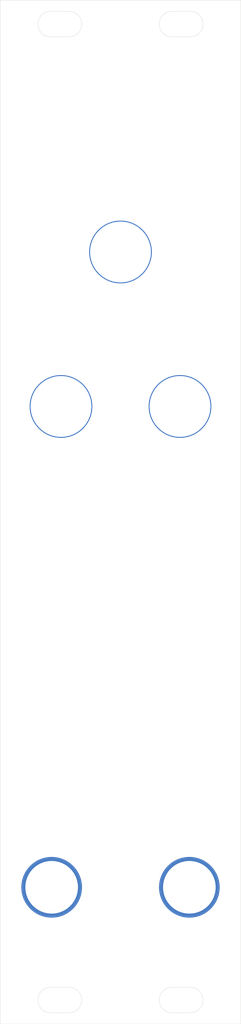
<source format=kicad_pcb>
(kicad_pcb (version 20221018) (generator pcbnew)
  (layers (0 "F.Cu" signal) (31 "B.Cu" signal) (34 "B.Paste" user) (35 "F.Paste" user) (36 "B.SilkS" user "B.Silkscreen") (37 "F.SilkS" user "F.Silkscreen") (38 "B.Mask" user) (39 "F.Mask" user) (44 "Edge.Cuts" user))
  (net 0 "")
  (footprint "" (layer "F.Cu") (at 155.25 71.860683)
    (fp_text reference "" (at 0 0) (layer "F.SilkS") (effects (font (size 1.27 1.27))))
    (fp_text value "" (at 0 0) (layer "F.SilkS") (effects (font (size 1.27 1.27))))
    (pad "1" thru_hole circle (at 0 0) (size 7.874 7.874) (drill 7.62) (layers "*.Cu" "*.Mask"))
  )
  (footprint "PCM_4ms_Faceplate:Faceplate_Hole_Encoder_KnurledShaft_Alpha" (layer "F.Cu") (at 147.775 91.248183)
    (fp_text reference "REF**" hide)
    (fp_text value "Faceplate_Hole_Encoder_KnurledShaft_Alpha" hide)
    (pad "1" thru_hole circle (at 0 0) (size 7.874 7.874) (drill 7.62) (layers "*.Cu" "*.Mask"))
  )
  (footprint "PCM_4ms_Faceplate:Faceplate_Hole_Jack_3.5mm" (layer "F.Cu") (at 146.6 151.6)
    (fp_text reference "REF**" hide)
    (fp_text value "GND" hide)
    (pad "1" thru_hole circle (at 0 0) (size 7.62 7.62) (drill 6.604) (layers "*.Cu" "*.Mask"))
  )
  (footprint "" (layer "F.Cu") (at 162.725 91.248183)
    (fp_text reference "" (at 0 0) (layer "F.SilkS") (effects (font (size 1.27 1.27))))
    (fp_text value "" (at 0 0) (layer "F.SilkS") (effects (font (size 1.27 1.27))))
    (pad "1" thru_hole circle (at 0 0) (size 7.874 7.874) (drill 7.62) (layers "*.Cu" "*.Mask"))
  )
  (footprint "PCM_4ms_Faceplate:Faceplate_Hole_Jack_3.5mm" (layer "F.Cu") (at 163.9 151.6)
    (fp_text reference "REF**" hide)
    (fp_text value "GND" hide)
    (pad "1" thru_hole circle (at 0 0) (size 7.62 7.62) (drill 6.604) (layers "*.Cu" "*.Mask"))
  )
  (gr_line (start 160.2454 165.125898) (end 160.277301 165.054998) (stroke (width 0.037799)) (layer "Edge.Cuts"))
  (gr_line (start 150.378 165.667303) (end 150.3801 165.7498) (stroke (width 0.037799)) (layer "Edge.Cuts"))
  (gr_line (start 149.4041 167.224401) (end 149.3314 167.252996) (stroke (width 0.037799)) (layer "Edge.Cuts"))
  (gr_line (start 160.277301 166.4447) (end 160.2454 166.3738) (stroke (width 0.037799)) (layer "Edge.Cuts"))
  (gr_line (start 145.7162 164.342497) (end 145.7852 164.307203) (stroke (width 0.037799)) (layer "Edge.Cuts"))
  (gr_line (start 145.9288 167.252996) (end 145.8561 167.224401) (stroke (width 0.037799)) (layer "Edge.Cuts"))
  (gr_line (start 161.719901 41.6499) (end 164.019999 41.6499) (stroke (width 0.037799)) (layer "Edge.Cuts"))
  (gr_line (start 144.9303 165.349096) (end 144.9518 165.273001) (stroke (width 0.037799)) (layer "Edge.Cuts"))
  (gr_line (start 150.3801 165.7498) (end 150.378 165.832403) (stroke (width 0.037799)) (layer "Edge.Cuts"))
  (gr_line (start 165.427399 42.486) (end 165.462701 42.555) (stroke (width 0.037799)) (layer "Edge.Cuts"))
  (gr_line (start 144.9518 43.7266) (end 144.9303 43.6506) (stroke (width 0.037799)) (layer "Edge.Cuts"))
  (gr_line (start 160.587599 44.3822) (end 160.534699 44.3267) (stroke (width 0.037799)) (layer "Edge.Cuts"))
  (gr_line (start 165.587599 43.5731) (end 165.5698 43.6506) (stroke (width 0.037799)) (layer "Edge.Cuts"))
  (gr_line (start 160.7011 164.514402) (end 160.7615 164.467001) (stroke (width 0.037799)) (layer "Edge.Cuts"))
  (gr_line (start 161.2431 41.7216) (end 161.319199 41.7001) (stroke (width 0.037799)) (layer "Edge.Cuts"))
  (gr_line (start 164.7839 164.342497) (end 164.850899 164.380903) (stroke (width 0.037799)) (layer "Edge.Cuts"))
  (gr_line (start 145.7162 167.157202) (end 145.6492 167.118803) (stroke (width 0.037799)) (layer "Edge.Cuts"))
  (gr_line (start 145.0727 166.5137) (end 145.0374 166.4447) (stroke (width 0.037799)) (layer "Edge.Cuts"))
  (gr_line (start 165.2053 42.173) (end 165.2555 42.231) (stroke (width 0.037799)) (layer "Edge.Cuts"))
  (gr_line (start 161.1687 41.7467) (end 161.2431 41.7216) (stroke (width 0.037799)) (layer "Edge.Cuts"))
  (gr_line (start 148.7802 41.6499) (end 148.8627 41.652) (stroke (width 0.037799)) (layer "Edge.Cuts"))
  (gr_line (start 160.12 43.2498) (end 160.1221 43.1672) (stroke (width 0.037799)) (layer "Edge.Cuts"))
  (gr_line (start 161.319199 41.7001) (end 161.396701 41.6823) (stroke (width 0.037799)) (layer "Edge.Cuts"))
  (gr_line (start 161.095999 44.7244) (end 161.025099 44.6924) (stroke (width 0.037799)) (layer "Edge.Cuts"))
  (gr_line (start 149.544 164.342497) (end 149.611 164.380903) (stroke (width 0.037799)) (layer "Edge.Cuts"))
  (gr_line (start 160.534699 164.673002) (end 160.587599 164.617498) (stroke (width 0.037799)) (layer "Edge.Cuts"))
  (gr_line (start 160.3126 44.0137) (end 160.277301 43.9447) (stroke (width 0.037799)) (layer "Edge.Cuts"))
  (gr_line (start 165.62 165.7498) (end 165.6179 165.832403) (stroke (width 0.037799)) (layer "Edge.Cuts"))
  (gr_line (start 144.8985 43.0055) (end 144.9125 42.9266) (stroke (width 0.037799)) (layer "Edge.Cuts"))
  (gr_line (start 150.1491 164.918997) (end 150.1875 164.985998) (stroke (width 0.037799)) (layer "Edge.Cuts"))
  (gr_line (start 160.4845 44.2687) (end 160.4371 44.2083) (stroke (width 0.037799)) (layer "Edge.Cuts"))
  (gr_line (start 160.1384 43.0055) (end 160.1524 42.9266) (stroke (width 0.037799)) (layer "Edge.Cuts"))
  (gr_line (start 145.4612 44.4853) (end 145.4032 44.4351) (stroke (width 0.037799)) (layer "Edge.Cuts"))
  (gr_line (start 144.8822 43.1672) (end 144.8884 43.0858) (stroke (width 0.037799)) (layer "Edge.Cuts"))
  (gr_line (start 149.544 44.6572) (end 149.475 44.6924) (stroke (width 0.037799)) (layer "Edge.Cuts"))
  (gr_line (start 164.2643 44.8313) (end 164.1841 44.8415) (stroke (width 0.037799)) (layer "Edge.Cuts"))
  (gr_line (start 165.611701 165.585798) (end 165.6179 165.667303) (stroke (width 0.037799)) (layer "Edge.Cuts"))
  (gr_line (start 146.316 41.6581) (end 146.3975 41.652) (stroke (width 0.037799)) (layer "Edge.Cuts"))
  (gr_line (start 150.3084 43.7266) (end 150.2833 43.801) (stroke (width 0.037799)) (layer "Edge.Cuts"))
  (gr_line (start 144.8985 165.505499) (end 144.9125 165.426603) (stroke (width 0.037799)) (layer "Edge.Cuts"))
  (gr_line (start 161.095999 167.224401) (end 161.025099 167.192404) (stroke (width 0.037799)) (layer "Edge.Cuts"))
  (gr_line (start 165.5232 165.198599) (end 165.5483 165.273001) (stroke (width 0.037799)) (layer "Edge.Cuts"))
  (gr_line (start 150.063 164.791403) (end 150.1076 164.854101) (stroke (width 0.037799)) (layer "Edge.Cuts"))
  (gr_line (start 160.1221 43.1672) (end 160.1283 43.0858) (stroke (width 0.037799)) (layer "Edge.Cuts"))
  (gr_line (start 165.5232 43.801) (end 165.494599 43.8737) (stroke (width 0.037799)) (layer "Edge.Cuts"))
  (gr_line (start 164.644 41.7752) (end 164.7149 41.8072) (stroke (width 0.037799)) (layer "Edge.Cuts"))
  (gr_line (start 149.7386 44.5327) (end 149.6759 44.5772) (stroke (width 0.037799)) (layer "Edge.Cuts"))
  (gr_line (start 145.5843 41.9224) (end 145.6492 41.8809) (stroke (width 0.037799)) (layer "Edge.Cuts"))
  (gr_line (start 144.8884 165.9139) (end 144.8822 165.832403) (stroke (width 0.037799)) (layer "Edge.Cuts"))
  (gr_line (start 161.025099 41.8072) (end 161.095999 41.7752) (stroke (width 0.037799)) (layer "Edge.Cuts"))
  (gr_line (start 160.587599 42.1175) (end 160.6431 42.0646) (stroke (width 0.037799)) (layer "Edge.Cuts"))
  (gr_line (start 145.3477 42.1175) (end 145.4032 42.0646) (stroke (width 0.037799)) (layer "Edge.Cuts"))
  (gr_line (start 165.462701 42.555) (end 165.494599 42.6259) (stroke (width 0.037799)) (layer "Edge.Cuts"))
  (gr_line (start 160.351001 166.580702) (end 160.3126 166.5137) (stroke (width 0.037799)) (layer "Edge.Cuts"))
  (gr_line (start 164.571299 167.252996) (end 164.4968 167.277998) (stroke (width 0.037799)) (layer "Edge.Cuts"))
  (gr_line (start 150.3718 43.4139) (end 150.3617 43.4941) (stroke (width 0.037799)) (layer "Edge.Cuts"))
  (gr_line (start 145.7852 41.8072) (end 145.8561 41.7752) (stroke (width 0.037799)) (layer "Edge.Cuts"))
  (gr_line (start 160.6431 42.0646) (end 160.7011 42.0143) (stroke (width 0.037799)) (layer "Edge.Cuts"))
  (gr_line (start 145.9288 164.246702) (end 146.0032 164.221601) (stroke (width 0.037799)) (layer "Edge.Cuts"))
  (gr_line (start 149.9654 42.173) (end 150.0156 42.231) (stroke (width 0.037799)) (layer "Edge.Cuts"))
  (gr_line (start 161.025099 44.6924) (end 160.956099 44.6572) (stroke (width 0.037799)) (layer "Edge.Cuts"))
  (gr_line (start 165.462701 165.054998) (end 165.494599 165.125898) (stroke (width 0.037799)) (layer "Edge.Cuts"))
  (gr_line (start 150.3084 165.273001) (end 150.3299 165.349096) (stroke (width 0.037799)) (layer "Edge.Cuts"))
  (gr_line (start 160.4845 166.768698) (end 160.4371 166.708303) (stroke (width 0.037799)) (layer "Edge.Cuts"))
  (gr_line (start 164.1841 167.341497) (end 164.102601 167.3477) (stroke (width 0.037799)) (layer "Edge.Cuts"))
  (gr_line (start 160.4845 42.231) (end 160.534699 42.173) (stroke (width 0.037799)) (layer "Edge.Cuts"))
  (gr_line (start 150.063 166.708303) (end 150.0156 166.768698) (stroke (width 0.037799)) (layer "Edge.Cuts"))
  (gr_line (start 150.1076 164.854101) (end 150.1491 164.918997) (stroke (width 0.037799)) (layer "Edge.Cuts"))
  (gr_line (start 146.316 164.158201) (end 146.3975 164.151998) (stroke (width 0.037799)) (layer "Edge.Cuts"))
  (gr_line (start 165.347399 42.3541) (end 165.389001 42.419) (stroke (width 0.037799)) (layer "Edge.Cuts"))
  (gr_line (start 149.7386 41.9669) (end 149.799 42.0143) (stroke (width 0.037799)) (layer "Edge.Cuts"))
  (gr_line (start 160.7615 167.032698) (end 160.7011 166.985304) (stroke (width 0.037799)) (layer "Edge.Cuts"))
  (gr_line (start 150.2547 43.8737) (end 150.2228 43.9447) (stroke (width 0.037799)) (layer "Edge.Cuts"))
  (gr_line (start 145.4032 164.564604) (end 145.4612 164.514402) (stroke (width 0.037799)) (layer "Edge.Cuts"))
  (gr_line (start 149.857 166.935102) (end 149.799 166.985304) (stroke (width 0.037799)) (layer "Edge.Cuts"))
  (gr_line (start 164.343301 164.182302) (end 164.4208 164.200102) (stroke (width 0.037799)) (layer "Edge.Cuts"))
  (gr_line (start 150.0156 166.768698) (end 149.9654 166.826696) (stroke (width 0.037799)) (layer "Edge.Cuts"))
  (gr_line (start 160.7011 44.4853) (end 160.6431 44.4351) (stroke (width 0.037799)) (layer "Edge.Cuts"))
  (gr_line (start 149.9654 44.3267) (end 149.9125 44.3822) (stroke (width 0.037799)) (layer "Edge.Cuts"))
  (gr_line (start 164.644 167.224401) (end 164.571299 167.252996) (stroke (width 0.037799)) (layer "Edge.Cuts"))
  (gr_line (start 149.1809 164.200102) (end 149.257 164.221601) (stroke (width 0.037799)) (layer "Edge.Cuts"))
  (gr_line (start 165.389001 44.0807) (end 165.347399 44.1456) (stroke (width 0.037799)) (layer "Edge.Cuts"))
  (gr_line (start 164.102601 44.8476) (end 164.019999 44.8497) (stroke (width 0.037799)) (layer "Edge.Cuts"))
  (gr_line (start 165.1524 166.8822) (end 165.0969 166.935102) (stroke (width 0.037799)) (layer "Edge.Cuts"))
  (gr_line (start 160.7011 42.0143) (end 160.7615 41.9669) (stroke (width 0.037799)) (layer "Edge.Cuts"))
  (gr_line (start 164.7149 41.8072) (end 164.7839 41.8424) (stroke (width 0.037799)) (layer "Edge.Cuts"))
  (gr_line (start 161.319199 164.200102) (end 161.396701 164.182302) (stroke (width 0.037799)) (layer "Edge.Cuts"))
  (gr_line (start 146.0793 164.200102) (end 146.1568 164.182302) (stroke (width 0.037799)) (layer "Edge.Cuts"))
  (gr_line (start 149.0244 164.168302) (end 149.1034 164.182302) (stroke (width 0.037799)) (layer "Edge.Cuts"))
  (gr_line (start 160.8242 167.0772) (end 160.7615 167.032698) (stroke (width 0.037799)) (layer "Edge.Cuts"))
  (gr_line (start 145.6492 44.6187) (end 145.5843 44.5772) (stroke (width 0.037799)) (layer "Edge.Cuts"))
  (gr_line (start 160.3126 164.985998) (end 160.351001 164.918997) (stroke (width 0.037799)) (layer "Edge.Cuts"))
  (gr_line (start 145.3477 166.8822) (end 145.2948 166.826696) (stroke (width 0.037799)) (layer "Edge.Cuts"))
  (gr_line (start 145.4612 164.514402) (end 145.5216 164.467001) (stroke (width 0.037799)) (layer "Edge.Cuts"))
  (gr_line (start 149.611 41.8809) (end 149.6759 41.9224) (stroke (width 0.037799)) (layer "Edge.Cuts"))
  (gr_line (start 145.4612 166.985304) (end 145.4032 166.935102) (stroke (width 0.037799)) (layer "Edge.Cuts"))
  (gr_line (start 148.8627 167.3477) (end 148.7802 167.349699) (stroke (width 0.037799)) (layer "Edge.Cuts"))
  (gr_line (start 145.8561 167.224401) (end 145.7852 167.192404) (stroke (width 0.037799)) (layer "Edge.Cuts"))
  (gr_line (start 160.191701 43.7266) (end 160.170199 43.6506) (stroke (width 0.037799)) (layer "Edge.Cuts"))
  (gr_line (start 146.0793 41.7001) (end 146.1568 41.6823) (stroke (width 0.037799)) (layer "Edge.Cuts"))
  (gr_line (start 170.37 168.7497) (end 170.37 40.25) (stroke (width 0.037799)) (layer "Edge.Cuts"))
  (gr_line (start 145.6492 164.380903) (end 145.7162 164.342497) (stroke (width 0.037799)) (layer "Edge.Cuts"))
  (gr_line (start 161.719901 167.349699) (end 161.6374 167.3477) (stroke (width 0.037799)) (layer "Edge.Cuts"))
  (gr_line (start 164.644 164.275297) (end 164.7149 164.307203) (stroke (width 0.037799)) (layer "Edge.Cuts"))
  (gr_line (start 145.5843 164.422399) (end 145.6492 164.380903) (stroke (width 0.037799)) (layer "Edge.Cuts"))
  (gr_line (start 149.611 167.118803) (end 149.544 167.157202) (stroke (width 0.037799)) (layer "Edge.Cuts"))
  (gr_line (start 165.2555 44.2687) (end 165.2053 44.3267) (stroke (width 0.037799)) (layer "Edge.Cuts"))
  (gr_line (start 164.850899 164.380903) (end 164.915801 164.422399) (stroke (width 0.037799)) (layer "Edge.Cuts"))
  (gr_line (start 165.62 43.2498) (end 165.6179 43.3324) (stroke (width 0.037799)) (layer "Edge.Cuts"))
  (gr_line (start 150.3617 165.9941) (end 150.3477 166.073103) (stroke (width 0.037799)) (layer "Edge.Cuts"))
  (gr_line (start 160.1524 165.426603) (end 160.170199 165.349096) (stroke (width 0.037799)) (layer "Edge.Cuts"))
  (gr_line (start 165.611701 165.9139) (end 165.601599 165.9941) (stroke (width 0.037799)) (layer "Edge.Cuts"))
  (gr_line (start 149.1809 167.299498) (end 149.1034 167.317297) (stroke (width 0.037799)) (layer "Edge.Cuts"))
  (gr_line (start 150.3801 43.2498) (end 150.378 43.3324) (stroke (width 0.037799)) (layer "Edge.Cuts"))
  (gr_line (start 149.257 167.277998) (end 149.1809 167.299498) (stroke (width 0.037799)) (layer "Edge.Cuts"))
  (gr_line (start 160.216799 165.198599) (end 160.2454 165.125898) (stroke (width 0.037799)) (layer "Edge.Cuts"))
  (gr_line (start 146.316 44.8415) (end 146.2357 44.8313) (stroke (width 0.037799)) (layer "Edge.Cuts"))
  (gr_line (start 165.347399 166.645597) (end 165.302899 166.708303) (stroke (width 0.037799)) (layer "Edge.Cuts"))
  (gr_line (start 144.8801 165.7498) (end 144.8822 165.667303) (stroke (width 0.037799)) (layer "Edge.Cuts"))
  (gr_line (start 145.5216 164.467001) (end 145.5843 164.422399) (stroke (width 0.037799)) (layer "Edge.Cuts"))
  (gr_line (start 160.8242 44.5772) (end 160.7615 44.5327) (stroke (width 0.037799)) (layer "Edge.Cuts"))
  (gr_line (start 150.1491 42.419) (end 150.1875 42.486) (stroke (width 0.037799)) (layer "Edge.Cuts"))
  (gr_line (start 164.019999 41.6499) (end 164.102601 41.652) (stroke (width 0.037799)) (layer "Edge.Cuts"))
  (gr_line (start 149.857 42.0646) (end 149.9125 42.1175) (stroke (width 0.037799)) (layer "Edge.Cuts"))
  (gr_line (start 165.601599 165.9941) (end 165.587599 166.073103) (stroke (width 0.037799)) (layer "Edge.Cuts"))
  (gr_line (start 150.3299 166.150602) (end 150.3084 166.226599) (stroke (width 0.037799)) (layer "Edge.Cuts"))
  (gr_line (start 161.095999 41.7752) (end 161.1687 41.7467) (stroke (width 0.037799)) (layer "Edge.Cuts"))
  (gr_line (start 145.0055 165.125898) (end 145.0374 165.054998) (stroke (width 0.037799)) (layer "Edge.Cuts"))
  (gr_line (start 149.9654 164.673002) (end 150.0156 164.731001) (stroke (width 0.037799)) (layer "Edge.Cuts"))
  (gr_line (start 149.0244 41.6683) (end 149.1034 41.6823) (stroke (width 0.037799)) (layer "Edge.Cuts"))
  (gr_line (start 164.978499 167.032698) (end 164.915801 167.0772) (stroke (width 0.037799)) (layer "Edge.Cuts"))
  (gr_line (start 145.0374 42.555) (end 145.0727 42.486) (stroke (width 0.037799)) (layer "Edge.Cuts"))
  (gr_line (start 146.0032 44.778) (end 145.9288 44.7529) (stroke (width 0.037799)) (layer "Edge.Cuts"))
  (gr_line (start 145.1526 42.3541) (end 145.1972 42.2914) (stroke (width 0.037799)) (layer "Edge.Cuts"))
  (gr_line (start 164.4208 164.200102) (end 164.4968 164.221601) (stroke (width 0.037799)) (layer "Edge.Cuts"))
  (gr_line (start 160.6431 44.4351) (end 160.587599 44.3822) (stroke (width 0.037799)) (layer "Edge.Cuts"))
  (gr_line (start 150.063 44.2083) (end 150.0156 44.2687) (stroke (width 0.037799)) (layer "Edge.Cuts"))
  (gr_line (start 149.7386 167.032698) (end 149.6759 167.0772) (stroke (width 0.037799)) (layer "Edge.Cuts"))
  (gr_line (start 150.1076 44.1456) (end 150.063 44.2083) (stroke (width 0.037799)) (layer "Edge.Cuts"))
  (gr_line (start 160.956099 41.8424) (end 161.025099 41.8072) (stroke (width 0.037799)) (layer "Edge.Cuts"))
  (gr_line (start 164.019999 44.8497) (end 161.719901 44.8497) (stroke (width 0.037799)) (layer "Edge.Cuts"))
  (gr_line (start 149.544 41.8424) (end 149.611 41.8809) (stroke (width 0.037799)) (layer "Edge.Cuts"))
  (gr_line (start 160.4371 44.2083) (end 160.392501 44.1456) (stroke (width 0.037799)) (layer "Edge.Cuts"))
  (gr_line (start 149.1034 164.182302) (end 149.1809 164.200102) (stroke (width 0.037799)) (layer "Edge.Cuts"))
  (gr_line (start 144.9303 42.849) (end 144.9518 42.773) (stroke (width 0.037799)) (layer "Edge.Cuts"))
  (gr_line (start 150.1491 166.580702) (end 150.1076 166.645597) (stroke (width 0.037799)) (layer "Edge.Cuts"))
  (gr_line (start 144.9125 43.5731) (end 144.8985 43.4941) (stroke (width 0.037799)) (layer "Edge.Cuts"))
  (gr_line (start 146.1568 41.6823) (end 146.2357 41.6683) (stroke (width 0.037799)) (layer "Edge.Cuts"))
  (gr_line (start 161.025099 164.307203) (end 161.095999 164.275297) (stroke (width 0.037799)) (layer "Edge.Cuts"))
  (gr_line (start 145.9288 41.7467) (end 146.0032 41.7216) (stroke (width 0.037799)) (layer "Edge.Cuts"))
  (gr_line (start 164.4208 41.7001) (end 164.4968 41.7216) (stroke (width 0.037799)) (layer "Edge.Cuts"))
  (gr_line (start 160.191701 165.273001) (end 160.216799 165.198599) (stroke (width 0.037799)) (layer "Edge.Cuts"))
  (gr_line (start 149.799 166.985304) (end 149.7386 167.032698) (stroke (width 0.037799)) (layer "Edge.Cuts"))
  (gr_line (start 160.1283 43.0858) (end 160.1384 43.0055) (stroke (width 0.037799)) (layer "Edge.Cuts"))
  (gr_line (start 164.850899 41.8809) (end 164.915801 41.9224) (stroke (width 0.037799)) (layer "Edge.Cuts"))
  (gr_line (start 165.038899 44.4853) (end 164.978499 44.5327) (stroke (width 0.037799)) (layer "Edge.Cuts"))
  (gr_line (start 160.4371 42.2914) (end 160.4845 42.231) (stroke (width 0.037799)) (layer "Edge.Cuts"))
  (gr_line (start 160.8242 41.9224) (end 160.8891 41.8809) (stroke (width 0.037799)) (layer "Edge.Cuts"))
  (gr_line (start 144.8884 165.585798) (end 144.8985 165.505499) (stroke (width 0.037799)) (layer "Edge.Cuts"))
  (gr_line (start 160.392501 42.3541) (end 160.4371 42.2914) (stroke (width 0.037799)) (layer "Edge.Cuts"))
  (gr_line (start 146.3975 44.8476) (end 146.316 44.8415) (stroke (width 0.037799)) (layer "Edge.Cuts"))
  (gr_line (start 160.351001 164.918997) (end 160.392501 164.854101) (stroke (width 0.037799)) (layer "Edge.Cuts"))
  (gr_line (start 165.601599 43.0055) (end 165.611701 43.0858) (stroke (width 0.037799)) (layer "Edge.Cuts"))
  (gr_line (start 150.2547 165.125898) (end 150.2833 165.198599) (stroke (width 0.037799)) (layer "Edge.Cuts"))
  (gr_line (start 146.1568 167.317297) (end 146.0793 167.299498) (stroke (width 0.037799)) (layer "Edge.Cuts"))
  (gr_line (start 164.1841 41.6581) (end 164.2643 41.6683) (stroke (width 0.037799)) (layer "Edge.Cuts"))
  (gr_line (start 164.4208 44.7995) (end 164.343301 44.8173) (stroke (width 0.037799)) (layer "Edge.Cuts"))
  (gr_line (start 164.4208 167.299498) (end 164.343301 167.317297) (stroke (width 0.037799)) (layer "Edge.Cuts"))
  (gr_line (start 144.9518 166.226599) (end 144.9303 166.150602) (stroke (width 0.037799)) (layer "Edge.Cuts"))
  (gr_line (start 165.347399 44.1456) (end 165.302899 44.2083) (stroke (width 0.037799)) (layer "Edge.Cuts"))
  (gr_line (start 145.8561 44.7244) (end 145.7852 44.6924) (stroke (width 0.037799)) (layer "Edge.Cuts"))
  (gr_line (start 145.0727 42.486) (end 145.1111 42.419) (stroke (width 0.037799)) (layer "Edge.Cuts"))
  (gr_line (start 164.571299 44.7529) (end 164.4968 44.778) (stroke (width 0.037799)) (layer "Edge.Cuts"))
  (gr_line (start 145.1111 166.580702) (end 145.0727 166.5137) (stroke (width 0.037799)) (layer "Edge.Cuts"))
  (gr_line (start 161.095999 164.275297) (end 161.1687 164.246702) (stroke (width 0.037799)) (layer "Edge.Cuts"))
  (gr_line (start 160.1524 43.5731) (end 160.1384 43.4941) (stroke (width 0.037799)) (layer "Edge.Cuts"))
  (gr_line (start 165.601599 165.505499) (end 165.611701 165.585798) (stroke (width 0.037799)) (layer "Edge.Cuts"))
  (gr_line (start 161.4756 167.331404) (end 161.396701 167.317297) (stroke (width 0.037799)) (layer "Edge.Cuts"))
  (gr_line (start 160.191701 166.226599) (end 160.170199 166.150602) (stroke (width 0.037799)) (layer "Edge.Cuts"))
  (gr_line (start 149.544 167.157202) (end 149.475 167.192404) (stroke (width 0.037799)) (layer "Edge.Cuts"))
  (gr_line (start 165.6179 165.832403) (end 165.611701 165.9139) (stroke (width 0.037799)) (layer "Edge.Cuts"))
  (gr_line (start 150.3084 166.226599) (end 150.2833 166.3011) (stroke (width 0.037799)) (layer "Edge.Cuts"))
  (gr_line (start 150.063 42.2914) (end 150.1076 42.3541) (stroke (width 0.037799)) (layer "Edge.Cuts"))
  (gr_line (start 164.7839 167.157202) (end 164.7149 167.192404) (stroke (width 0.037799)) (layer "Edge.Cuts"))
  (gr_line (start 146.0793 44.7995) (end 146.0032 44.778) (stroke (width 0.037799)) (layer "Edge.Cuts"))
  (gr_line (start 164.7839 41.8424) (end 164.850899 41.8809) (stroke (width 0.037799)) (layer "Edge.Cuts"))
  (gr_line (start 160.170199 42.849) (end 160.191701 42.773) (stroke (width 0.037799)) (layer "Edge.Cuts"))
  (gr_line (start 161.719901 164.1499) (end 164.019999 164.1499) (stroke (width 0.037799)) (layer "Edge.Cuts"))
  (gr_line (start 149.3314 44.7529) (end 149.257 44.778) (stroke (width 0.037799)) (layer "Edge.Cuts"))
  (gr_line (start 161.6374 164.151998) (end 161.719901 164.1499) (stroke (width 0.037799)) (layer "Edge.Cuts"))
  (gr_line (start 160.392501 166.645597) (end 160.351001 166.580702) (stroke (width 0.037799)) (layer "Edge.Cuts"))
  (gr_line (start 145.1972 44.2083) (end 145.1526 44.1456) (stroke (width 0.037799)) (layer "Edge.Cuts"))
  (gr_line (start 140.13 168.7497) (end 170.37 168.7497) (stroke (width 0.037799)) (layer "Edge.Cuts"))
  (gr_line (start 164.978499 41.9669) (end 165.038899 42.0143) (stroke (width 0.037799)) (layer "Edge.Cuts"))
  (gr_line (start 150.0156 42.231) (end 150.063 42.2914) (stroke (width 0.037799)) (layer "Edge.Cuts"))
  (gr_line (start 144.9518 42.773) (end 144.9769 42.6986) (stroke (width 0.037799)) (layer "Edge.Cuts"))
  (gr_line (start 160.1283 43.4139) (end 160.1221 43.3324) (stroke (width 0.037799)) (layer "Edge.Cuts"))
  (gr_line (start 145.0055 43.8737) (end 144.9769 43.801) (stroke (width 0.037799)) (layer "Edge.Cuts"))
  (gr_line (start 170.37 40.25) (end 140.13 40.25) (stroke (width 0.037799)) (layer "Edge.Cuts"))
  (gr_line (start 164.102601 164.151998) (end 164.1841 164.158201) (stroke (width 0.037799)) (layer "Edge.Cuts"))
  (gr_line (start 144.9125 42.9266) (end 144.9303 42.849) (stroke (width 0.037799)) (layer "Edge.Cuts"))
  (gr_line (start 161.6374 167.3477) (end 161.555899 167.341497) (stroke (width 0.037799)) (layer "Edge.Cuts"))
  (gr_line (start 160.4371 166.708303) (end 160.392501 166.645597) (stroke (width 0.037799)) (layer "Edge.Cuts"))
  (gr_line (start 144.9125 166.073103) (end 144.8985 165.9941) (stroke (width 0.037799)) (layer "Edge.Cuts"))
  (gr_line (start 149.7386 164.467001) (end 149.799 164.514402) (stroke (width 0.037799)) (layer "Edge.Cuts"))
  (gr_line (start 144.8801 43.2498) (end 144.8822 43.1672) (stroke (width 0.037799)) (layer "Edge.Cuts"))
  (gr_line (start 150.3299 43.6506) (end 150.3084 43.7266) (stroke (width 0.037799)) (layer "Edge.Cuts"))
  (gr_line (start 160.956099 44.6572) (end 160.8891 44.6187) (stroke (width 0.037799)) (layer "Edge.Cuts"))
  (gr_line (start 165.2555 166.768698) (end 165.2053 166.826696) (stroke (width 0.037799)) (layer "Edge.Cuts"))
  (gr_line (start 149.6759 44.5772) (end 149.611 44.6187) (stroke (width 0.037799)) (layer "Edge.Cuts"))
  (gr_line (start 145.0055 166.3738) (end 144.9769 166.3011) (stroke (width 0.037799)) (layer "Edge.Cuts"))
  (gr_line (start 150.3617 43.4941) (end 150.3477 43.5731) (stroke (width 0.037799)) (layer "Edge.Cuts"))
  (gr_line (start 144.9303 166.150602) (end 144.9125 166.073103) (stroke (width 0.037799)) (layer "Edge.Cuts"))
  (gr_line (start 165.462701 166.4447) (end 165.427399 166.5137) (stroke (width 0.037799)) (layer "Edge.Cuts"))
  (gr_line (start 165.6179 43.1672) (end 165.62 43.2498) (stroke (width 0.037799)) (layer "Edge.Cuts"))
  (gr_line (start 164.850899 167.118803) (end 164.7839 167.157202) (stroke (width 0.037799)) (layer "Edge.Cuts"))
  (gr_line (start 148.9442 41.6581) (end 149.0244 41.6683) (stroke (width 0.037799)) (layer "Edge.Cuts"))
  (gr_line (start 145.4032 42.0646) (end 145.4612 42.0143) (stroke (width 0.037799)) (layer "Edge.Cuts"))
  (gr_line (start 149.257 41.7216) (end 149.3314 41.7467) (stroke (width 0.037799)) (layer "Edge.Cuts"))
  (gr_line (start 149.1034 41.6823) (end 149.1809 41.7001) (stroke (width 0.037799)) (layer "Edge.Cuts"))
  (gr_line (start 144.9125 165.426603) (end 144.9303 165.349096) (stroke (width 0.037799)) (layer "Edge.Cuts"))
  (gr_line (start 146.48 44.8497) (end 146.3975 44.8476) (stroke (width 0.037799)) (layer "Edge.Cuts"))
  (gr_line (start 161.555899 164.158201) (end 161.6374 164.151998) (stroke (width 0.037799)) (layer "Edge.Cuts"))
  (gr_line (start 146.0032 41.7216) (end 146.0793 41.7001) (stroke (width 0.037799)) (layer "Edge.Cuts"))
  (gr_line (start 160.8891 44.6187) (end 160.8242 44.5772) (stroke (width 0.037799)) (layer "Edge.Cuts"))
  (gr_line (start 146.3975 167.3477) (end 146.316 167.341497) (stroke (width 0.037799)) (layer "Edge.Cuts"))
  (gr_line (start 164.343301 44.8173) (end 164.2643 44.8313) (stroke (width 0.037799)) (layer "Edge.Cuts"))
  (gr_line (start 160.1283 165.9139) (end 160.1221 165.832403) (stroke (width 0.037799)) (layer "Edge.Cuts"))
  (gr_line (start 165.427399 164.985998) (end 165.462701 165.054998) (stroke (width 0.037799)) (layer "Edge.Cuts"))
  (gr_line (start 146.3975 164.151998) (end 146.48 164.1499) (stroke (width 0.037799)) (layer "Edge.Cuts"))
  (gr_line (start 165.2555 164.731001) (end 165.302899 164.791403) (stroke (width 0.037799)) (layer "Edge.Cuts"))
  (gr_line (start 144.8822 165.667303) (end 144.8884 165.585798) (stroke (width 0.037799)) (layer "Edge.Cuts"))
  (gr_line (start 161.555899 167.341497) (end 161.4756 167.331404) (stroke (width 0.037799)) (layer "Edge.Cuts"))
  (gr_line (start 145.0727 44.0137) (end 145.0374 43.9447) (stroke (width 0.037799)) (layer "Edge.Cuts"))
  (gr_line (start 146.316 167.341497) (end 146.2357 167.331404) (stroke (width 0.037799)) (layer "Edge.Cuts"))
  (gr_line (start 145.1526 166.645597) (end 145.1111 166.580702) (stroke (width 0.037799)) (layer "Edge.Cuts"))
  (gr_line (start 145.4612 42.0143) (end 145.5216 41.9669) (stroke (width 0.037799)) (layer "Edge.Cuts"))
  (gr_line (start 146.0793 167.299498) (end 146.0032 167.277998) (stroke (width 0.037799)) (layer "Edge.Cuts"))
  (gr_line (start 145.5216 44.5327) (end 145.4612 44.4853) (stroke (width 0.037799)) (layer "Edge.Cuts"))
  (gr_line (start 165.2555 42.231) (end 165.302899 42.2914) (stroke (width 0.037799)) (layer "Edge.Cuts"))
  (gr_line (start 149.6759 164.422399) (end 149.7386 164.467001) (stroke (width 0.037799)) (layer "Edge.Cuts"))
  (gr_line (start 148.8627 164.151998) (end 148.9442 164.158201) (stroke (width 0.037799)) (layer "Edge.Cuts"))
  (gr_line (start 161.025099 167.192404) (end 160.956099 167.157202) (stroke (width 0.037799)) (layer "Edge.Cuts"))
  (gr_line (start 165.494599 42.6259) (end 165.5232 42.6986) (stroke (width 0.037799)) (layer "Edge.Cuts"))
  (gr_line (start 145.2446 42.231) (end 145.2948 42.173) (stroke (width 0.037799)) (layer "Edge.Cuts"))
  (gr_line (start 150.378 165.832403) (end 150.3718 165.9139) (stroke (width 0.037799)) (layer "Edge.Cuts"))
  (gr_line (start 145.0374 166.4447) (end 145.0055 166.3738) (stroke (width 0.037799)) (layer "Edge.Cuts"))
  (gr_line (start 160.7615 44.5327) (end 160.7011 44.4853) (stroke (width 0.037799)) (layer "Edge.Cuts"))
  (gr_line (start 149.0244 44.8313) (end 148.9442 44.8415) (stroke (width 0.037799)) (layer "Edge.Cuts"))
  (gr_line (start 145.0727 164.985998) (end 145.1111 164.918997) (stroke (width 0.037799)) (layer "Edge.Cuts"))
  (gr_line (start 144.9769 43.801) (end 144.9518 43.7266) (stroke (width 0.037799)) (layer "Edge.Cuts"))
  (gr_line (start 161.719901 44.8497) (end 161.6374 44.8476) (stroke (width 0.037799)) (layer "Edge.Cuts"))
  (gr_line (start 148.9442 164.158201) (end 149.0244 164.168302) (stroke (width 0.037799)) (layer "Edge.Cuts"))
  (gr_line (start 149.611 44.6187) (end 149.544 44.6572) (stroke (width 0.037799)) (layer "Edge.Cuts"))
  (gr_line (start 150.1875 166.5137) (end 150.1491 166.580702) (stroke (width 0.037799)) (layer "Edge.Cuts"))
  (gr_line (start 150.0156 164.731001) (end 150.063 164.791403) (stroke (width 0.037799)) (layer "Edge.Cuts"))
  (gr_line (start 149.9125 42.1175) (end 149.9654 42.173) (stroke (width 0.037799)) (layer "Edge.Cuts"))
  (gr_line (start 160.8242 164.422399) (end 160.8891 164.380903) (stroke (width 0.037799)) (layer "Edge.Cuts"))
  (gr_line (start 164.343301 167.317297) (end 164.2643 167.331404) (stroke (width 0.037799)) (layer "Edge.Cuts"))
  (gr_line (start 164.019999 167.349699) (end 161.719901 167.349699) (stroke (width 0.037799)) (layer "Edge.Cuts"))
  (gr_line (start 150.3617 165.505499) (end 150.3718 165.585798) (stroke (width 0.037799)) (layer "Edge.Cuts"))
  (gr_line (start 145.7162 44.6572) (end 145.6492 44.6187) (stroke (width 0.037799)) (layer "Edge.Cuts"))
  (gr_line (start 161.4756 164.168302) (end 161.555899 164.158201) (stroke (width 0.037799)) (layer "Edge.Cuts"))
  (gr_line (start 145.2446 166.768698) (end 145.1972 166.708303) (stroke (width 0.037799)) (layer "Edge.Cuts"))
  (gr_line (start 165.611701 43.0858) (end 165.6179 43.1672) (stroke (width 0.037799)) (layer "Edge.Cuts"))
  (gr_line (start 150.3299 165.349096) (end 150.3477 165.426603) (stroke (width 0.037799)) (layer "Edge.Cuts"))
  (gr_line (start 161.396701 164.182302) (end 161.4756 164.168302) (stroke (width 0.037799)) (layer "Edge.Cuts"))
  (gr_line (start 160.351001 42.419) (end 160.392501 42.3541) (stroke (width 0.037799)) (layer "Edge.Cuts"))
  (gr_line (start 145.6492 41.8809) (end 145.7162 41.8424) (stroke (width 0.037799)) (layer "Edge.Cuts"))
  (gr_line (start 164.4968 44.778) (end 164.4208 44.7995) (stroke (width 0.037799)) (layer "Edge.Cuts"))
  (gr_line (start 150.1875 164.985998) (end 150.2228 165.054998) (stroke (width 0.037799)) (layer "Edge.Cuts"))
  (gr_line (start 150.1076 166.645597) (end 150.063 166.708303) (stroke (width 0.037799)) (layer "Edge.Cuts"))
  (gr_line (start 160.534699 44.3267) (end 160.4845 44.2687) (stroke (width 0.037799)) (layer "Edge.Cuts"))
  (gr_line (start 160.534699 166.826696) (end 160.4845 166.768698) (stroke (width 0.037799)) (layer "Edge.Cuts"))
  (gr_line (start 150.3477 43.5731) (end 150.3299 43.6506) (stroke (width 0.037799)) (layer "Edge.Cuts"))
  (gr_line (start 160.392501 164.854101) (end 160.4371 164.791403) (stroke (width 0.037799)) (layer "Edge.Cuts"))
  (gr_line (start 160.351001 44.0807) (end 160.3126 44.0137) (stroke (width 0.037799)) (layer "Edge.Cuts"))
  (gr_line (start 145.7852 44.6924) (end 145.7162 44.6572) (stroke (width 0.037799)) (layer "Edge.Cuts"))
  (gr_line (start 160.587599 164.617498) (end 160.6431 164.564604) (stroke (width 0.037799)) (layer "Edge.Cuts"))
  (gr_line (start 149.1034 167.317297) (end 149.0244 167.331404) (stroke (width 0.037799)) (layer "Edge.Cuts"))
  (gr_line (start 160.3126 42.486) (end 160.351001 42.419) (stroke (width 0.037799)) (layer "Edge.Cuts"))
  (gr_line (start 160.7615 41.9669) (end 160.8242 41.9224) (stroke (width 0.037799)) (layer "Edge.Cuts"))
  (gr_line (start 148.7802 164.1499) (end 148.8627 164.151998) (stroke (width 0.037799)) (layer "Edge.Cuts"))
  (gr_line (start 149.1034 44.8173) (end 149.0244 44.8313) (stroke (width 0.037799)) (layer "Edge.Cuts"))
  (gr_line (start 144.9518 165.273001) (end 144.9769 165.198599) (stroke (width 0.037799)) (layer "Edge.Cuts"))
  (gr_line (start 144.8884 43.0858) (end 144.8985 43.0055) (stroke (width 0.037799)) (layer "Edge.Cuts"))
  (gr_line (start 165.587599 166.073103) (end 165.5698 166.150602) (stroke (width 0.037799)) (layer "Edge.Cuts"))
  (gr_line (start 146.1568 44.8173) (end 146.0793 44.7995) (stroke (width 0.037799)) (layer "Edge.Cuts"))
  (gr_line (start 145.1111 42.419) (end 145.1526 42.3541) (stroke (width 0.037799)) (layer "Edge.Cuts"))
  (gr_line (start 150.378 43.3324) (end 150.3718 43.4139) (stroke (width 0.037799)) (layer "Edge.Cuts"))
  (gr_line (start 145.7852 164.307203) (end 145.8561 164.275297) (stroke (width 0.037799)) (layer "Edge.Cuts"))
  (gr_line (start 160.4845 164.731001) (end 160.534699 164.673002) (stroke (width 0.037799)) (layer "Edge.Cuts"))
  (gr_line (start 164.978499 44.5327) (end 164.915801 44.5772) (stroke (width 0.037799)) (layer "Edge.Cuts"))
  (gr_line (start 165.611701 43.4139) (end 165.601599 43.4941) (stroke (width 0.037799)) (layer "Edge.Cuts"))
  (gr_line (start 160.956099 167.157202) (end 160.8891 167.118803) (stroke (width 0.037799)) (layer "Edge.Cuts"))
  (gr_line (start 150.3299 42.849) (end 150.3477 42.9266) (stroke (width 0.037799)) (layer "Edge.Cuts"))
  (gr_line (start 164.7149 167.192404) (end 164.644 167.224401) (stroke (width 0.037799)) (layer "Edge.Cuts"))
  (gr_line (start 164.644 44.7244) (end 164.571299 44.7529) (stroke (width 0.037799)) (layer "Edge.Cuts"))
  (gr_line (start 165.0969 42.0646) (end 165.1524 42.1175) (stroke (width 0.037799)) (layer "Edge.Cuts"))
  (gr_line (start 160.7615 164.467001) (end 160.8242 164.422399) (stroke (width 0.037799)) (layer "Edge.Cuts"))
  (gr_line (start 150.1875 42.486) (end 150.2228 42.555) (stroke (width 0.037799)) (layer "Edge.Cuts"))
  (gr_line (start 164.343301 41.6823) (end 164.4208 41.7001) (stroke (width 0.037799)) (layer "Edge.Cuts"))
  (gr_line (start 160.8891 167.118803) (end 160.8242 167.0772) (stroke (width 0.037799)) (layer "Edge.Cuts"))
  (gr_line (start 150.3718 165.585798) (end 150.378 165.667303) (stroke (width 0.037799)) (layer "Edge.Cuts"))
  (gr_line (start 165.1524 164.617498) (end 165.2053 164.673002) (stroke (width 0.037799)) (layer "Edge.Cuts"))
  (gr_line (start 148.7802 44.8497) (end 146.48 44.8497) (stroke (width 0.037799)) (layer "Edge.Cuts"))
  (gr_line (start 164.019999 164.1499) (end 164.102601 164.151998) (stroke (width 0.037799)) (layer "Edge.Cuts"))
  (gr_line (start 146.1568 164.182302) (end 146.2357 164.168302) (stroke (width 0.037799)) (layer "Edge.Cuts"))
  (gr_line (start 164.7149 44.6924) (end 164.644 44.7244) (stroke (width 0.037799)) (layer "Edge.Cuts"))
  (gr_line (start 145.9288 44.7529) (end 145.8561 44.7244) (stroke (width 0.037799)) (layer "Edge.Cuts"))
  (gr_line (start 149.3314 167.252996) (end 149.257 167.277998) (stroke (width 0.037799)) (layer "Edge.Cuts"))
  (gr_line (start 165.5698 166.150602) (end 165.5483 166.226599) (stroke (width 0.037799)) (layer "Edge.Cuts"))
  (gr_line (start 161.2431 164.221601) (end 161.319199 164.200102) (stroke (width 0.037799)) (layer "Edge.Cuts"))
  (gr_line (start 150.378 43.1672) (end 150.3801 43.2498) (stroke (width 0.037799)) (layer "Edge.Cuts"))
  (gr_line (start 146.48 164.1499) (end 148.7802 164.1499) (stroke (width 0.037799)) (layer "Edge.Cuts"))
  (gr_line (start 150.3477 42.9266) (end 150.3617 43.0055) (stroke (width 0.037799)) (layer "Edge.Cuts"))
  (gr_line (start 150.3477 166.073103) (end 150.3299 166.150602) (stroke (width 0.037799)) (layer "Edge.Cuts"))
  (gr_line (start 150.2833 43.801) (end 150.2547 43.8737) (stroke (width 0.037799)) (layer "Edge.Cuts"))
  (gr_line (start 164.915801 167.0772) (end 164.850899 167.118803) (stroke (width 0.037799)) (layer "Edge.Cuts"))
  (gr_line (start 160.534699 42.173) (end 160.587599 42.1175) (stroke (width 0.037799)) (layer "Edge.Cuts"))
  (gr_line (start 165.038899 42.0143) (end 165.0969 42.0646) (stroke (width 0.037799)) (layer "Edge.Cuts"))
  (gr_line (start 146.3975 41.652) (end 146.48 41.6499) (stroke (width 0.037799)) (layer "Edge.Cuts"))
  (gr_line (start 150.2228 165.054998) (end 150.2547 165.125898) (stroke (width 0.037799)) (layer "Edge.Cuts"))
  (gr_line (start 146.0032 167.277998) (end 145.9288 167.252996) (stroke (width 0.037799)) (layer "Edge.Cuts"))
  (gr_line (start 165.5483 43.7266) (end 165.5232 43.801) (stroke (width 0.037799)) (layer "Edge.Cuts"))
  (gr_line (start 149.6759 167.0772) (end 149.611 167.118803) (stroke (width 0.037799)) (layer "Edge.Cuts"))
  (gr_line (start 145.1111 164.918997) (end 145.1526 164.854101) (stroke (width 0.037799)) (layer "Edge.Cuts"))
  (gr_line (start 145.8561 41.7752) (end 145.9288 41.7467) (stroke (width 0.037799)) (layer "Edge.Cuts"))
  (gr_line (start 165.389001 164.918997) (end 165.427399 164.985998) (stroke (width 0.037799)) (layer "Edge.Cuts"))
  (gr_line (start 161.396701 41.6823) (end 161.4756 41.6683) (stroke (width 0.037799)) (layer "Edge.Cuts"))
  (gr_line (start 144.9769 165.198599) (end 145.0055 165.125898) (stroke (width 0.037799)) (layer "Edge.Cuts"))
  (gr_line (start 160.170199 165.349096) (end 160.191701 165.273001) (stroke (width 0.037799)) (layer "Edge.Cuts"))
  (gr_line (start 149.257 164.221601) (end 149.3314 164.246702) (stroke (width 0.037799)) (layer "Edge.Cuts"))
  (gr_line (start 150.3718 43.0858) (end 150.378 43.1672) (stroke (width 0.037799)) (layer "Edge.Cuts"))
  (gr_line (start 164.102601 41.652) (end 164.1841 41.6581) (stroke (width 0.037799)) (layer "Edge.Cuts"))
  (gr_line (start 160.6431 164.564604) (end 160.7011 164.514402) (stroke (width 0.037799)) (layer "Edge.Cuts"))
  (gr_line (start 144.8985 165.9941) (end 144.8884 165.9139) (stroke (width 0.037799)) (layer "Edge.Cuts"))
  (gr_line (start 150.3477 165.426603) (end 150.3617 165.505499) (stroke (width 0.037799)) (layer "Edge.Cuts"))
  (gr_line (start 160.956099 164.342497) (end 161.025099 164.307203) (stroke (width 0.037799)) (layer "Edge.Cuts"))
  (gr_line (start 160.1384 165.505499) (end 160.1524 165.426603) (stroke (width 0.037799)) (layer "Edge.Cuts"))
  (gr_line (start 144.9303 43.6506) (end 144.9125 43.5731) (stroke (width 0.037799)) (layer "Edge.Cuts"))
  (gr_line (start 146.0032 164.221601) (end 146.0793 164.200102) (stroke (width 0.037799)) (layer "Edge.Cuts"))
  (gr_line (start 145.3477 44.3822) (end 145.2948 44.3267) (stroke (width 0.037799)) (layer "Edge.Cuts"))
  (gr_line (start 150.1076 42.3541) (end 150.1491 42.419) (stroke (width 0.037799)) (layer "Edge.Cuts"))
  (gr_line (start 149.799 164.514402) (end 149.857 164.564604) (stroke (width 0.037799)) (layer "Edge.Cuts"))
  (gr_line (start 160.2454 42.6259) (end 160.277301 42.555) (stroke (width 0.037799)) (layer "Edge.Cuts"))
  (gr_line (start 148.9442 44.8415) (end 148.8627 44.8476) (stroke (width 0.037799)) (layer "Edge.Cuts"))
  (gr_line (start 160.1384 165.9941) (end 160.1283 165.9139) (stroke (width 0.037799)) (layer "Edge.Cuts"))
  (gr_line (start 161.4756 41.6683) (end 161.555899 41.6581) (stroke (width 0.037799)) (layer "Edge.Cuts"))
  (gr_line (start 165.427399 44.0137) (end 165.389001 44.0807) (stroke (width 0.037799)) (layer "Edge.Cuts"))
  (gr_line (start 165.5232 166.3011) (end 165.494599 166.3738) (stroke (width 0.037799)) (layer "Edge.Cuts"))
  (gr_line (start 164.4968 41.7216) (end 164.571299 41.7467) (stroke (width 0.037799)) (layer "Edge.Cuts"))
  (gr_line (start 165.5698 42.849) (end 165.587599 42.9266) (stroke (width 0.037799)) (layer "Edge.Cuts"))
  (gr_line (start 164.2643 164.168302) (end 164.343301 164.182302) (stroke (width 0.037799)) (layer "Edge.Cuts"))
  (gr_line (start 165.6179 165.667303) (end 165.62 165.7498) (stroke (width 0.037799)) (layer "Edge.Cuts"))
  (gr_line (start 145.2948 42.173) (end 145.3477 42.1175) (stroke (width 0.037799)) (layer "Edge.Cuts"))
  (gr_line (start 164.2643 167.331404) (end 164.1841 167.341497) (stroke (width 0.037799)) (layer "Edge.Cuts"))
  (gr_line (start 160.277301 165.054998) (end 160.3126 164.985998) (stroke (width 0.037799)) (layer "Edge.Cuts"))
  (gr_line (start 165.2053 44.3267) (end 165.1524 44.3822) (stroke (width 0.037799)) (layer "Edge.Cuts"))
  (gr_line (start 165.587599 165.426603) (end 165.601599 165.505499) (stroke (width 0.037799)) (layer "Edge.Cuts"))
  (gr_line (start 165.494599 165.125898) (end 165.5232 165.198599) (stroke (width 0.037799)) (layer "Edge.Cuts"))
  (gr_line (start 165.038899 166.985304) (end 164.978499 167.032698) (stroke (width 0.037799)) (layer "Edge.Cuts"))
  (gr_line (start 149.3314 164.246702) (end 149.4041 164.275297) (stroke (width 0.037799)) (layer "Edge.Cuts"))
  (gr_line (start 150.3718 165.9139) (end 150.3617 165.9941) (stroke (width 0.037799)) (layer "Edge.Cuts"))
  (gr_line (start 161.1687 167.252996) (end 161.095999 167.224401) (stroke (width 0.037799)) (layer "Edge.Cuts"))
  (gr_line (start 144.8822 43.3324) (end 144.8801 43.2498) (stroke (width 0.037799)) (layer "Edge.Cuts"))
  (gr_line (start 165.5698 43.6506) (end 165.5483 43.7266) (stroke (width 0.037799)) (layer "Edge.Cuts"))
  (gr_line (start 164.571299 41.7467) (end 164.644 41.7752) (stroke (width 0.037799)) (layer "Edge.Cuts"))
  (gr_line (start 165.601599 43.4941) (end 165.587599 43.5731) (stroke (width 0.037799)) (layer "Edge.Cuts"))
  (gr_line (start 149.4041 44.7244) (end 149.3314 44.7529) (stroke (width 0.037799)) (layer "Edge.Cuts"))
  (gr_line (start 160.8891 41.8809) (end 160.956099 41.8424) (stroke (width 0.037799)) (layer "Edge.Cuts"))
  (gr_line (start 165.389001 42.419) (end 165.427399 42.486) (stroke (width 0.037799)) (layer "Edge.Cuts"))
  (gr_line (start 146.2357 44.8313) (end 146.1568 44.8173) (stroke (width 0.037799)) (layer "Edge.Cuts"))
  (gr_line (start 160.191701 42.773) (end 160.216799 42.6986) (stroke (width 0.037799)) (layer "Edge.Cuts"))
  (gr_line (start 150.0156 44.2687) (end 149.9654 44.3267) (stroke (width 0.037799)) (layer "Edge.Cuts"))
  (gr_line (start 150.2833 166.3011) (end 150.2547 166.3738) (stroke (width 0.037799)) (layer "Edge.Cuts"))
  (gr_line (start 160.587599 166.8822) (end 160.534699 166.826696) (stroke (width 0.037799)) (layer "Edge.Cuts"))
  (gr_line (start 145.4032 166.935102) (end 145.3477 166.8822) (stroke (width 0.037799)) (layer "Edge.Cuts"))
  (gr_line (start 149.1809 41.7001) (end 149.257 41.7216) (stroke (width 0.037799)) (layer "Edge.Cuts"))
  (gr_line (start 149.6759 41.9224) (end 149.7386 41.9669) (stroke (width 0.037799)) (layer "Edge.Cuts"))
  (gr_line (start 148.8627 41.652) (end 148.9442 41.6581) (stroke (width 0.037799)) (layer "Edge.Cuts"))
  (gr_line (start 160.1221 43.3324) (end 160.12 43.2498) (stroke (width 0.037799)) (layer "Edge.Cuts"))
  (gr_line (start 165.5483 166.226599) (end 165.5232 166.3011) (stroke (width 0.037799)) (layer "Edge.Cuts"))
  (gr_line (start 149.0244 167.331404) (end 148.9442 167.341497) (stroke (width 0.037799)) (layer "Edge.Cuts"))
  (gr_line (start 165.5483 42.773) (end 165.5698 42.849) (stroke (width 0.037799)) (layer "Edge.Cuts"))
  (gr_line (start 146.2357 167.331404) (end 146.1568 167.317297) (stroke (width 0.037799)) (layer "Edge.Cuts"))
  (gr_line (start 164.915801 44.5772) (end 164.850899 44.6187) (stroke (width 0.037799)) (layer "Edge.Cuts"))
  (gr_line (start 165.2053 166.826696) (end 165.1524 166.8822) (stroke (width 0.037799)) (layer "Edge.Cuts"))
  (gr_line (start 161.4756 44.8313) (end 161.396701 44.8173) (stroke (width 0.037799)) (layer "Edge.Cuts"))
  (gr_line (start 165.389001 166.580702) (end 165.347399 166.645597) (stroke (width 0.037799)) (layer "Edge.Cuts"))
  (gr_line (start 165.347399 164.854101) (end 165.389001 164.918997) (stroke (width 0.037799)) (layer "Edge.Cuts"))
  (gr_line (start 145.1972 164.791403) (end 145.2446 164.731001) (stroke (width 0.037799)) (layer "Edge.Cuts"))
  (gr_line (start 149.475 167.192404) (end 149.4041 167.224401) (stroke (width 0.037799)) (layer "Edge.Cuts"))
  (gr_line (start 160.2454 43.8737) (end 160.216799 43.801) (stroke (width 0.037799)) (layer "Edge.Cuts"))
  (gr_line (start 145.6492 167.118803) (end 145.5843 167.0772) (stroke (width 0.037799)) (layer "Edge.Cuts"))
  (gr_line (start 164.2643 41.6683) (end 164.343301 41.6823) (stroke (width 0.037799)) (layer "Edge.Cuts"))
  (gr_line (start 146.48 167.349699) (end 146.3975 167.3477) (stroke (width 0.037799)) (layer "Edge.Cuts"))
  (gr_line (start 150.2833 165.198599) (end 150.3084 165.273001) (stroke (width 0.037799)) (layer "Edge.Cuts"))
  (gr_line (start 145.1526 44.1456) (end 145.1111 44.0807) (stroke (width 0.037799)) (layer "Edge.Cuts"))
  (gr_line (start 149.1809 44.7995) (end 149.1034 44.8173) (stroke (width 0.037799)) (layer "Edge.Cuts"))
  (gr_line (start 165.302899 164.791403) (end 165.347399 164.854101) (stroke (width 0.037799)) (layer "Edge.Cuts"))
  (gr_line (start 160.8891 164.380903) (end 160.956099 164.342497) (stroke (width 0.037799)) (layer "Edge.Cuts"))
  (gr_line (start 145.0374 43.9447) (end 145.0055 43.8737) (stroke (width 0.037799)) (layer "Edge.Cuts"))
  (gr_line (start 144.8985 43.4941) (end 144.8884 43.4139) (stroke (width 0.037799)) (layer "Edge.Cuts"))
  (gr_line (start 149.9125 164.617498) (end 149.9654 164.673002) (stroke (width 0.037799)) (layer "Edge.Cuts"))
  (gr_line (start 161.6374 44.8476) (end 161.555899 44.8415) (stroke (width 0.037799)) (layer "Edge.Cuts"))
  (gr_line (start 160.2454 166.3738) (end 160.216799 166.3011) (stroke (width 0.037799)) (layer "Edge.Cuts"))
  (gr_line (start 165.1524 44.3822) (end 165.0969 44.4351) (stroke (width 0.037799)) (layer "Edge.Cuts"))
  (gr_line (start 161.319199 167.299498) (end 161.2431 167.277998) (stroke (width 0.037799)) (layer "Edge.Cuts"))
  (gr_line (start 149.257 44.778) (end 149.1809 44.7995) (stroke (width 0.037799)) (layer "Edge.Cuts"))
  (gr_line (start 149.475 164.307203) (end 149.544 164.342497) (stroke (width 0.037799)) (layer "Edge.Cuts"))
  (gr_line (start 145.5216 167.032698) (end 145.4612 166.985304) (stroke (width 0.037799)) (layer "Edge.Cuts"))
  (gr_line (start 165.587599 42.9266) (end 165.601599 43.0055) (stroke (width 0.037799)) (layer "Edge.Cuts"))
  (gr_line (start 161.1687 44.7529) (end 161.095999 44.7244) (stroke (width 0.037799)) (layer "Edge.Cuts"))
  (gr_line (start 150.1491 44.0807) (end 150.1076 44.1456) (stroke (width 0.037799)) (layer "Edge.Cuts"))
  (gr_line (start 145.3477 164.617498) (end 145.4032 164.564604) (stroke (width 0.037799)) (layer "Edge.Cuts"))
  (gr_line (start 144.8822 165.832403) (end 144.8801 165.7498) (stroke (width 0.037799)) (layer "Edge.Cuts"))
  (gr_line (start 164.850899 44.6187) (end 164.7839 44.6572) (stroke (width 0.037799)) (layer "Edge.Cuts"))
  (gr_line (start 160.277301 42.555) (end 160.3126 42.486) (stroke (width 0.037799)) (layer "Edge.Cuts"))
  (gr_line (start 160.6431 166.935102) (end 160.587599 166.8822) (stroke (width 0.037799)) (layer "Edge.Cuts"))
  (gr_line (start 164.915801 164.422399) (end 164.978499 164.467001) (stroke (width 0.037799)) (layer "Edge.Cuts"))
  (gr_line (start 165.462701 43.9447) (end 165.427399 44.0137) (stroke (width 0.037799)) (layer "Edge.Cuts"))
  (gr_line (start 145.0055 42.6259) (end 145.0374 42.555) (stroke (width 0.037799)) (layer "Edge.Cuts"))
  (gr_line (start 145.1972 166.708303) (end 145.1526 166.645597) (stroke (width 0.037799)) (layer "Edge.Cuts"))
  (gr_line (start 165.5232 42.6986) (end 165.5483 42.773) (stroke (width 0.037799)) (layer "Edge.Cuts"))
  (gr_line (start 164.978499 164.467001) (end 165.038899 164.514402) (stroke (width 0.037799)) (layer "Edge.Cuts"))
  (gr_line (start 149.799 44.4853) (end 149.7386 44.5327) (stroke (width 0.037799)) (layer "Edge.Cuts"))
  (gr_line (start 145.1972 42.2914) (end 145.2446 42.231) (stroke (width 0.037799)) (layer "Edge.Cuts"))
  (gr_line (start 150.3617 43.0055) (end 150.3718 43.0858) (stroke (width 0.037799)) (layer "Edge.Cuts"))
  (gr_line (start 149.611 164.380903) (end 149.6759 164.422399) (stroke (width 0.037799)) (layer "Edge.Cuts"))
  (gr_line (start 150.2228 43.9447) (end 150.1875 44.0137) (stroke (width 0.037799)) (layer "Edge.Cuts"))
  (gr_line (start 149.857 44.4351) (end 149.799 44.4853) (stroke (width 0.037799)) (layer "Edge.Cuts"))
  (gr_line (start 160.7011 166.985304) (end 160.6431 166.935102) (stroke (width 0.037799)) (layer "Edge.Cuts"))
  (gr_line (start 145.5216 41.9669) (end 145.5843 41.9224) (stroke (width 0.037799)) (layer "Edge.Cuts"))
  (gr_line (start 145.7162 41.8424) (end 145.7852 41.8072) (stroke (width 0.037799)) (layer "Edge.Cuts"))
  (gr_line (start 161.555899 41.6581) (end 161.6374 41.652) (stroke (width 0.037799)) (layer "Edge.Cuts"))
  (gr_line (start 148.7802 167.349699) (end 146.48 167.349699) (stroke (width 0.037799)) (layer "Edge.Cuts"))
  (gr_line (start 146.2357 164.168302) (end 146.316 164.158201) (stroke (width 0.037799)) (layer "Edge.Cuts"))
  (gr_line (start 149.799 42.0143) (end 149.857 42.0646) (stroke (width 0.037799)) (layer "Edge.Cuts"))
  (gr_line (start 160.4371 164.791403) (end 160.4845 164.731001) (stroke (width 0.037799)) (layer "Edge.Cuts"))
  (gr_line (start 161.396701 167.317297) (end 161.319199 167.299498) (stroke (width 0.037799)) (layer "Edge.Cuts"))
  (gr_line (start 149.3314 41.7467) (end 149.4041 41.7752) (stroke (width 0.037799)) (layer "Edge.Cuts"))
  (gr_line (start 144.9769 166.3011) (end 144.9518 166.226599) (stroke (width 0.037799)) (layer "Edge.Cuts"))
  (gr_line (start 148.8627 44.8476) (end 148.7802 44.8497) (stroke (width 0.037799)) (layer "Edge.Cuts"))
  (gr_line (start 150.2228 166.4447) (end 150.1875 166.5137) (stroke (width 0.037799)) (layer "Edge.Cuts"))
  (gr_line (start 149.857 164.564604) (end 149.9125 164.617498) (stroke (width 0.037799)) (layer "Edge.Cuts"))
  (gr_line (start 165.038899 164.514402) (end 165.0969 164.564604) (stroke (width 0.037799)) (layer "Edge.Cuts"))
  (gr_line (start 165.5483 165.273001) (end 165.5698 165.349096) (stroke (width 0.037799)) (layer "Edge.Cuts"))
  (gr_line (start 149.9654 166.826696) (end 149.9125 166.8822) (stroke (width 0.037799)) (layer "Edge.Cuts"))
  (gr_line (start 165.427399 166.5137) (end 165.389001 166.580702) (stroke (width 0.037799)) (layer "Edge.Cuts"))
  (gr_line (start 140.13 40.25) (end 140.13 168.7497) (stroke (width 0.037799)) (layer "Edge.Cuts"))
  (gr_line (start 145.1526 164.854101) (end 145.1972 164.791403) (stroke (width 0.037799)) (layer "Edge.Cuts"))
  (gr_line (start 145.8561 164.275297) (end 145.9288 164.246702) (stroke (width 0.037799)) (layer "Edge.Cuts"))
  (gr_line (start 164.915801 41.9224) (end 164.978499 41.9669) (stroke (width 0.037799)) (layer "Edge.Cuts"))
  (gr_line (start 165.1524 42.1175) (end 165.2053 42.173) (stroke (width 0.037799)) (layer "Edge.Cuts"))
  (gr_line (start 160.12 165.7498) (end 160.1221 165.667303) (stroke (width 0.037799)) (layer "Edge.Cuts"))
  (gr_line (start 165.494599 43.8737) (end 165.462701 43.9447) (stroke (width 0.037799)) (layer "Edge.Cuts"))
  (gr_line (start 160.1221 165.667303) (end 160.1283 165.585798) (stroke (width 0.037799)) (layer "Edge.Cuts"))
  (gr_line (start 160.1524 166.073103) (end 160.1384 165.9941) (stroke (width 0.037799)) (layer "Edge.Cuts"))
  (gr_line (start 150.2547 42.6259) (end 150.2833 42.6986) (stroke (width 0.037799)) (layer "Edge.Cuts"))
  (gr_line (start 146.48 41.6499) (end 148.7802 41.6499) (stroke (width 0.037799)) (layer "Edge.Cuts"))
  (gr_line (start 161.1687 164.246702) (end 161.2431 164.221601) (stroke (width 0.037799)) (layer "Edge.Cuts"))
  (gr_line (start 161.319199 44.7995) (end 161.2431 44.778) (stroke (width 0.037799)) (layer "Edge.Cuts"))
  (gr_line (start 149.4041 164.275297) (end 149.475 164.307203) (stroke (width 0.037799)) (layer "Edge.Cuts"))
  (gr_line (start 165.5698 165.349096) (end 165.587599 165.426603) (stroke (width 0.037799)) (layer "Edge.Cuts"))
  (gr_line (start 164.102601 167.3477) (end 164.019999 167.349699) (stroke (width 0.037799)) (layer "Edge.Cuts"))
  (gr_line (start 145.2446 164.731001) (end 145.2948 164.673002) (stroke (width 0.037799)) (layer "Edge.Cuts"))
  (gr_line (start 160.216799 166.3011) (end 160.191701 166.226599) (stroke (width 0.037799)) (layer "Edge.Cuts"))
  (gr_line (start 160.216799 43.801) (end 160.191701 43.7266) (stroke (width 0.037799)) (layer "Edge.Cuts"))
  (gr_line (start 161.6374 41.652) (end 161.719901 41.6499) (stroke (width 0.037799)) (layer "Edge.Cuts"))
  (gr_line (start 145.0374 165.054998) (end 145.0727 164.985998) (stroke (width 0.037799)) (layer "Edge.Cuts"))
  (gr_line (start 160.170199 166.150602) (end 160.1524 166.073103) (stroke (width 0.037799)) (layer "Edge.Cuts"))
  (gr_line (start 150.2228 42.555) (end 150.2547 42.6259) (stroke (width 0.037799)) (layer "Edge.Cuts"))
  (gr_line (start 146.2357 41.6683) (end 146.316 41.6581) (stroke (width 0.037799)) (layer "Edge.Cuts"))
  (gr_line (start 145.5843 167.0772) (end 145.5216 167.032698) (stroke (width 0.037799)) (layer "Edge.Cuts"))
  (gr_line (start 145.2948 166.826696) (end 145.2446 166.768698) (stroke (width 0.037799)) (layer "Edge.Cuts"))
  (gr_line (start 160.170199 43.6506) (end 160.1524 43.5731) (stroke (width 0.037799)) (layer "Edge.Cuts"))
  (gr_line (start 164.7149 164.307203) (end 164.7839 164.342497) (stroke (width 0.037799)) (layer "Edge.Cuts"))
  (gr_line (start 149.9125 166.8822) (end 149.857 166.935102) (stroke (width 0.037799)) (layer "Edge.Cuts"))
  (gr_line (start 144.9769 42.6986) (end 145.0055 42.6259) (stroke (width 0.037799)) (layer "Edge.Cuts"))
  (gr_line (start 145.4032 44.4351) (end 145.3477 44.3822) (stroke (width 0.037799)) (layer "Edge.Cuts"))
  (gr_line (start 165.494599 166.3738) (end 165.462701 166.4447) (stroke (width 0.037799)) (layer "Edge.Cuts"))
  (gr_line (start 164.571299 164.246702) (end 164.644 164.275297) (stroke (width 0.037799)) (layer "Edge.Cuts"))
  (gr_line (start 161.2431 44.778) (end 161.1687 44.7529) (stroke (width 0.037799)) (layer "Edge.Cuts"))
  (gr_line (start 164.4968 167.277998) (end 164.4208 167.299498) (stroke (width 0.037799)) (layer "Edge.Cuts"))
  (gr_line (start 145.7852 167.192404) (end 145.7162 167.157202) (stroke (width 0.037799)) (layer "Edge.Cuts"))
  (gr_line (start 165.302899 42.2914) (end 165.347399 42.3541) (stroke (width 0.037799)) (layer "Edge.Cuts"))
  (gr_line (start 161.396701 44.8173) (end 161.319199 44.7995) (stroke (width 0.037799)) (layer "Edge.Cuts"))
  (gr_line (start 164.7839 44.6572) (end 164.7149 44.6924) (stroke (width 0.037799)) (layer "Edge.Cuts"))
  (gr_line (start 165.0969 164.564604) (end 165.1524 164.617498) (stroke (width 0.037799)) (layer "Edge.Cuts"))
  (gr_line (start 145.2948 164.673002) (end 145.3477 164.617498) (stroke (width 0.037799)) (layer "Edge.Cuts"))
  (gr_line (start 150.3084 42.773) (end 150.3299 42.849) (stroke (width 0.037799)) (layer "Edge.Cuts"))
  (gr_line (start 145.5843 44.5772) (end 145.5216 44.5327) (stroke (width 0.037799)) (layer "Edge.Cuts"))
  (gr_line (start 144.8884 43.4139) (end 144.8822 43.3324) (stroke (width 0.037799)) (layer "Edge.Cuts"))
  (gr_line (start 165.2053 164.673002) (end 165.2555 164.731001) (stroke (width 0.037799)) (layer "Edge.Cuts"))
  (gr_line (start 160.216799 42.6986) (end 160.2454 42.6259) (stroke (width 0.037799)) (layer "Edge.Cuts"))
  (gr_line (start 145.2446 44.2687) (end 145.1972 44.2083) (stroke (width 0.037799)) (layer "Edge.Cuts"))
  (gr_line (start 164.1841 44.8415) (end 164.102601 44.8476) (stroke (width 0.037799)) (layer "Edge.Cuts"))
  (gr_line (start 160.1524 42.9266) (end 160.170199 42.849) (stroke (width 0.037799)) (layer "Edge.Cuts"))
  (gr_line (start 149.4041 41.7752) (end 149.475 41.8072) (stroke (width 0.037799)) (layer "Edge.Cuts"))
  (gr_line (start 160.1384 43.4941) (end 160.1283 43.4139) (stroke (width 0.037799)) (layer "Edge.Cuts"))
  (gr_line (start 149.9125 44.3822) (end 149.857 44.4351) (stroke (width 0.037799)) (layer "Edge.Cuts"))
  (gr_line (start 160.1221 165.832403) (end 160.12 165.7498) (stroke (width 0.037799)) (layer "Edge.Cuts"))
  (gr_line (start 164.4968 164.221601) (end 164.571299 164.246702) (stroke (width 0.037799)) (layer "Edge.Cuts"))
  (gr_line (start 165.302899 166.708303) (end 165.2555 166.768698) (stroke (width 0.037799)) (layer "Edge.Cuts"))
  (gr_line (start 164.1841 164.158201) (end 164.2643 164.168302) (stroke (width 0.037799)) (layer "Edge.Cuts"))
  (gr_line (start 165.0969 44.4351) (end 165.038899 44.4853) (stroke (width 0.037799)) (layer "Edge.Cuts"))
  (gr_line (start 161.555899 44.8415) (end 161.4756 44.8313) (stroke (width 0.037799)) (layer "Edge.Cuts"))
  (gr_line (start 145.1111 44.0807) (end 145.0727 44.0137) (stroke (width 0.037799)) (layer "Edge.Cuts"))
  (gr_line (start 160.277301 43.9447) (end 160.2454 43.8737) (stroke (width 0.037799)) (layer "Edge.Cuts"))
  (gr_line (start 149.475 44.6924) (end 149.4041 44.7244) (stroke (width 0.037799)) (layer "Edge.Cuts"))
  (gr_line (start 165.6179 43.3324) (end 165.611701 43.4139) (stroke (width 0.037799)) (layer "Edge.Cuts"))
  (gr_line (start 150.2833 42.6986) (end 150.3084 42.773) (stroke (width 0.037799)) (layer "Edge.Cuts"))
  (gr_line (start 160.1283 165.585798) (end 160.1384 165.505499) (stroke (width 0.037799)) (layer "Edge.Cuts"))
  (gr_line (start 149.475 41.8072) (end 149.544 41.8424) (stroke (width 0.037799)) (layer "Edge.Cuts"))
  (gr_line (start 150.2547 166.3738) (end 150.2228 166.4447) (stroke (width 0.037799)) (layer "Edge.Cuts"))
  (gr_line (start 145.2948 44.3267) (end 145.2446 44.2687) (stroke (width 0.037799)) (layer "Edge.Cuts"))
  (gr_line (start 150.1875 44.0137) (end 150.1491 44.0807) (stroke (width 0.037799)) (layer "Edge.Cuts"))
  (gr_line (start 165.0969 166.935102) (end 165.038899 166.985304) (stroke (width 0.037799)) (layer "Edge.Cuts"))
  (gr_line (start 148.9442 167.341497) (end 148.8627 167.3477) (stroke (width 0.037799)) (layer "Edge.Cuts"))
  (gr_line (start 161.2431 167.277998) (end 161.1687 167.252996) (stroke (width 0.037799)) (layer "Edge.Cuts"))
  (gr_line (start 160.392501 44.1456) (end 160.351001 44.0807) (stroke (width 0.037799)) (layer "Edge.Cuts"))
  (gr_line (start 160.3126 166.5137) (end 160.277301 166.4447) (stroke (width 0.037799)) (layer "Edge.Cuts"))
  (gr_line (start 165.302899 44.2083) (end 165.2555 44.2687) (stroke (width 0.037799)) (layer "Edge.Cuts"))
)
</source>
